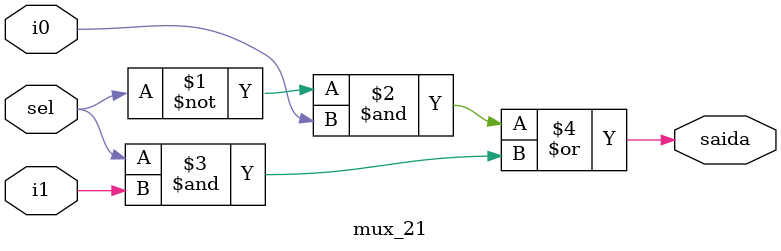
<source format=v>
/*
Projeto: circuito digital multiplexador (PARTE 1)
NOMES : Lara Gama, Mateus Ribeiro, Sulamita Ester Costa
DATA: 07/12/21

Entradas: i0, i1
Saida: saida
Variavel de entrada de controle: sel

*/

module mux_21(i0, i1, sel, saida);
input i0, i1, sel;
output saida;

assign saida = (~sel & i0) | (sel & i1);

endmodule

</source>
